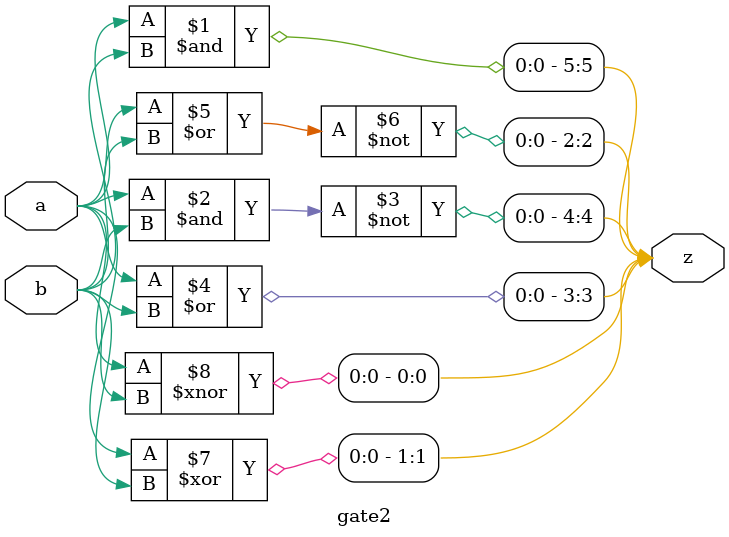
<source format=v>
`timescale 1ns / 1ns

module gate2(a,b,z
    );
	 
   input a,b;
   output [5:0] z;	 
   assign z[5] = a&b;
   assign z[4] = ~(a&b);
   assign z[3] = a|b;
   assign z[2] = ~(a|b);
   assign z[1] = a^b;
   assign z[0] = a~^b;

endmodule

</source>
